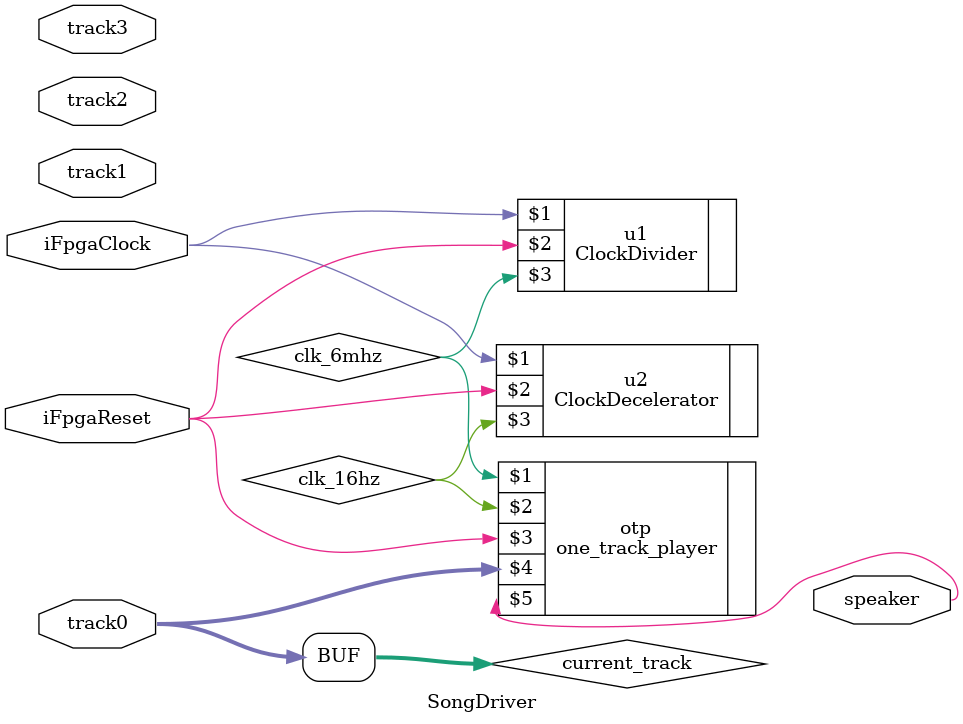
<source format=v>
`timescale 1ns / 1ps
module SongDriver(
	input iFpgaClock, iFpgaReset,	//注意这个reset是高有效，我写的, 需要一个手动复位按钮 //输入时钟100MHz，管脚绑定P17
    input[5:0] track0,
    input[5:0] track1,
    input[5:0] track2, 
    input[5:0] track3, 
	output speaker							//输出至扬声器的信号，本例中为方波. 
);
	wire clk_6mhz;									//用于产生各种音阶频率的基准频率
	ClockDivider  #(8)  u1(
						iFpgaClock,iFpgaReset,
						clk_6mhz		//6.25MHz时钟信号
						);
	
	wire clk_16hz;									//用于控制音长（节拍）的时钟频率
	ClockDecelerator  #(64)	u2(
								iFpgaClock,iFpgaReset,
								clk_16hz	//得到16Hz时钟信号
								);
								//先用4做个测试
								
	// 
	wire [5:0] current_track;
	assign current_track = track0;

	one_track_player otp(clk_6mhz,clk_16hz,iFpgaReset,current_track,speaker);
	// four_track_player ftp(clk_6mhz,clk_16hz,iFpgaReset,track0,track1,track2,track3,speaker);
	
endmodule //SongDriver

</source>
